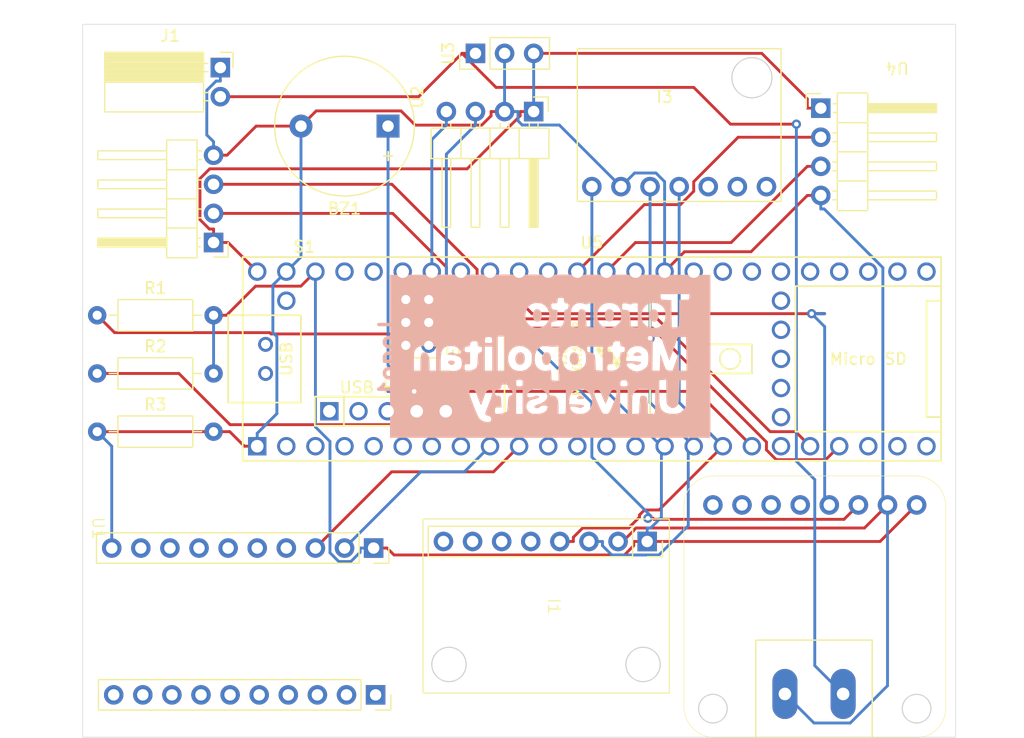
<source format=kicad_pcb>
(kicad_pcb (version 20241229) (generator "pcbnew") (generator_version "9.0")
  (title_block (title "Flight controller") (date "2025-07-13") (rev "3") (company "MIMS lab") (comment 1 "Thesis") (comment 2 "TMU"))
  (layers (0 "F.Cu" signal) (2 "B.Cu" signal) (13 "F.Paste" user) (15 "B.Paste" user) (5 "F.SilkS" user "F.Silkscreen") (7 "B.SilkS" user "B.Silkscreen") (1 "F.Mask" user) (3 "B.Mask" user) (25 "Edge.Cuts" user))
  (net 0 "")
  (net 1 "GND")
  (net 2 "Net-(BZ1--)")
  (net 3 "SDA")
  (net 4 "/V+")
  (net 5 "SCL")
  (net 8 "SCL2")
  (net 10 "RX2")
  (net 11 "VCC")
  (net 12 "TX2")
  (net 13 "RX7")
  (net 14 "TX7")
  (net 24 "TX5")
  (net 25 "A1")
  (net 26 "RX5")
  (net 27 "A0")
  (net 33 "SDA2")
  (net 34 "T_VCC")
  (footprint "rrc_bn220_gps:BN220" (layer "F.Cu") (at 241.9426 75.533 180)
    (property "Reference" "U4" (at 10.802555 18.382995 180) (layer "F.SilkS"))
    (property "Value" "ULTRASONIC SENSOR")
    (pad "1" thru_hole rect (at 17.490109 14.87099) (size 1.7 1.7) (drill 1) (layers "*.Cu" "*.Mask") (net 11 "VCC"))
    (pad "2" thru_hole oval (at 17.490109 12.33099) (size 1.7 1.7) (drill 1) (layers "*.Cu" "*.Mask") (net 25 "A1"))
    (pad "3" thru_hole oval (at 17.490109 9.79099) (size 1.7 1.7) (drill 1) (layers "*.Cu" "*.Mask") (net 27 "A0"))
    (pad "4" thru_hole oval (at 17.490109 7.25099) (size 1.7 1.7) (drill 1) (layers "*.Cu" "*.Mask") (net 1 "GND"))
  )
  (footprint "rrc_ms5611:1x07" (layer "F.Cu") (at 212.09 71.3425)
    (property "Reference" "I3" (at -1.27 -11.6525 0) (layer "F.SilkS"))
    (property "Value" "MS5611")
    (fp_circle (center 6.35 -13.335) (end 8.1 -13.335) (stroke (width 0.1)) (fill no) (layer "Edge.Cuts"))
    (pad "1" thru_hole circle (at -7.62 -3.83 270) (size 1.7 1.7) (drill 1.02) (layers "*.Cu" "*.Mask") (net 34 "T_VCC"))
    (pad "2" thru_hole circle (at -5.08 -3.83 270) (size 1.7 1.7) (drill 1.02) (layers "*.Cu" "*.Mask") (net 1 "GND"))
    (pad "3" thru_hole circle (at -2.54 -3.83 270) (size 1.7 1.7) (drill 1.02) (layers "*.Cu" "*.Mask") (net 8 "SCL2"))
    (pad "4" thru_hole circle (at 0 -3.83 270) (size 1.7 1.7) (drill 1.02) (layers "*.Cu" "*.Mask") (net 33 "SDA2"))
    (pad "5" thru_hole circle (at 2.54 -3.83 270) (size 1.7 1.7) (drill 1.02) (layers "*.Cu" "*.Mask"))
    (pad "6" thru_hole circle (at 5.08 -3.83 270) (size 1.7 1.7) (drill 1.02) (layers "*.Cu" "*.Mask"))
    (pad "7" thru_hole circle (at 7.62 -3.83 270) (size 1.7 1.7) (drill 1.02) (layers "*.Cu" "*.Mask"))
  )
  (footprint "Connector_PinSocket_2.54mm:PinSocket_1x02_P2.54mm_Horizontal" (layer "F.Cu") (at 172.04 57.12)
    (property "Reference" "J1" (at -4.38 -2.77 0) (layer "F.SilkS"))
    (property "Value" "battery_header")
    (pad "1" thru_hole rect (at 0 0) (size 1.7 1.7) (drill 1) (layers "*.Cu" "*.Mask") (net 1 "GND"))
    (pad "2" thru_hole circle (at 0 2.54) (size 1.7 1.7) (drill 1) (layers "*.Cu" "*.Mask") (net 4 "/V+"))
  )
  (footprint "rrc_logo:tmu" (layer "F.Cu") (at 201.93 81.28)
    (property "Reference" "Logo1" (at -15.24 1.27 90) (layer "B.SilkS") (effects (font (size 1.5 1.5) (thickness 0.3)) (justify mirror)))
    (property "Value" "~" (hide yes))
  )
  (footprint "RRC_footprint:xbee_s2c" (layer "F.Cu") (at 160.8748 97.3399 -90)
    (property "Reference" "U1" (at 0 -0.5 270) (layer "F.SilkS") (effects (font (thickness 0.1))))
    (property "Value" "XBEE S2C PRO")
    (pad "1" thru_hole rect (at 1.720111 -24.5452 270) (size 1.7 1.7) (drill 1) (layers "*.Cu" "*.Mask") (net 34 "T_VCC"))
    (pad "2" thru_hole circle (at 1.720111 -22.0052 270) (size 1.7 1.7) (drill 1) (layers "*.Cu" "*.Mask") (net 10 "RX2"))
    (pad "3" thru_hole circle (at 1.720111 -19.4652 270) (size 1.7 1.7) (drill 1) (layers "*.Cu" "*.Mask") (net 12 "TX2"))
    (pad "4" thru_hole circle (at 1.720111 -16.9252 270) (size 1.7 1.7) (drill 1) (layers "*.Cu" "*.Mask"))
    (pad "5" thru_hole circle (at 1.720111 -14.3852 270) (size 1.7 1.7) (drill 1) (layers "*.Cu" "*.Mask"))
    (pad "6" thru_hole circle (at 1.720111 -11.8452 270) (size 1.7 1.7) (drill 1) (layers "*.Cu" "*.Mask"))
    (pad "7" thru_hole circle (at 1.720111 -9.3052 270) (size 1.7 1.7) (drill 1) (layers "*.Cu" "*.Mask"))
    (pad "8" thru_hole circle (at 1.720111 -6.7652 270) (size 1.7 1.7) (drill 1) (layers "*.Cu" "*.Mask"))
    (pad "9" thru_hole circle (at 1.720111 -4.2252 270) (size 1.7 1.7) (drill 1) (layers "*.Cu" "*.Mask"))
    (pad "10" thru_hole circle (at 1.720111 -1.6852 270) (size 1.7 1.7) (drill 1) (layers "*.Cu" "*.Mask") (net 1 "GND"))
    (pad "11" thru_hole rect (at 14.5352 -24.717599 270) (size 1.7 1.7) (drill 1) (layers "*.Cu" "*.Mask"))
    (pad "12" thru_hole circle (at 14.5352 -22.177599 270) (size 1.7 1.7) (drill 1) (layers "*.Cu" "*.Mask"))
    (pad "13" thru_hole circle (at 14.5352 -19.637599 270) (size 1.7 1.7) (drill 1) (layers "*.Cu" "*.Mask"))
    (pad "14" thru_hole circle (at 14.5352 -17.097599 270) (size 1.7 1.7) (drill 1) (layers "*.Cu" "*.Mask"))
    (pad "15" thru_hole circle (at 14.5352 -14.557599 270) (size 1.7 1.7) (drill 1) (layers "*.Cu" "*.Mask"))
    (pad "16" thru_hole circle (at 14.5352 -12.017599 270) (size 1.7 1.7) (drill 1) (layers "*.Cu" "*.Mask"))
    (pad "17" thru_hole circle (at 14.5352 -9.477599 270) (size 1.7 1.7) (drill 1) (layers "*.Cu" "*.Mask"))
    (pad "18" thru_hole circle (at 14.5352 -6.937599 270) (size 1.7 1.7) (drill 1) (layers "*.Cu" "*.Mask"))
    (pad "19" thru_hole circle (at 14.5352 -4.397599 270) (size 1.7 1.7) (drill 1) (layers "*.Cu" "*.Mask"))
    (pad "20" thru_hole circle (at 14.5352 -1.857599 270) (size 1.7 1.7) (drill 1) (layers "*.Cu" "*.Mask"))
  )
  (footprint "rrc_teensy:Teensy41" (layer "F.Cu") (at 204.47 82.55)
    (property "Reference" "U5" (at 0 -10.16 0) (layer "F.SilkS"))
    (property "Value" "Teensy4.1")
    (fp_text user "USB Host" (at -18.4658 2.4892 0) (layer "F.SilkS"))
    (fp_text user "USB" (at -26.67 0 270) (layer "F.SilkS"))
    (fp_text user "DVJ6A" (at -2.54 -0.18 270) (layer "F.SilkS") (effects (font (size 0.7 0.7))))
    (fp_text user "Micro SD" (at 24.13 0 0) (layer "F.SilkS"))
    (fp_text user "Ethernet" (at -12.065 -3.2766 90) (layer "F.SilkS"))
    (fp_text user "MIMXRT1062" (at -1.27 0 270) (layer "F.SilkS") (effects (font (size 0.7 0.7))))
    (pad "+5V" thru_hole rect (at -22.9108 4.5692) (size 1.6 1.6) (drill 1.1) (layers "*.Cu" "*.Mask"))
    (pad "0" thru_hole circle (at -26.67 7.62) (size 1.6 1.6) (drill 1.1) (layers "*.Cu" "*.Mask"))
    (pad "1" thru_hole circle (at -24.13 7.62) (size 1.6 1.6) (drill 1.1) (layers "*.Cu" "*.Mask"))
    (pad "2" thru_hole circle (at -21.59 7.62) (size 1.6 1.6) (drill 1.1) (layers "*.Cu" "*.Mask"))
    (pad "3" thru_hole circle (at -19.05 7.62) (size 1.6 1.6) (drill 1.1) (layers "*.Cu" "*.Mask"))
    (pad "3.3V_1" thru_hole circle (at -24.13 -7.62) (size 1.6 1.6) (drill 1.1) (layers "*.Cu" "*.Mask") (net 34 "T_VCC"))
    (pad "3.3V_2" thru_hole circle (at 6.35 7.62) (size 1.6 1.6) (drill 1.1) (layers "*.Cu" "*.Mask") (net 34 "T_VCC"))
    (pad "3.3V_3" thru_hole circle (at 16.51 2.54) (size 1.6 1.6) (drill 1.1) (layers "*.Cu" "*.Mask"))
    (pad "4" thru_hole circle (at -16.51 7.62) (size 1.6 1.6) (drill 1.1) (layers "*.Cu" "*.Mask"))
    (pad "5" thru_hole circle (at -13.97 7.62) (size 1.6 1.6) (drill 1.1) (layers "*.Cu" "*.Mask"))
    (pad "6" thru_hole circle (at -11.43 7.62) (size 1.6 1.6) (drill 1.1) (layers "*.Cu" "*.Mask"))
    (pad "7" thru_hole circle (at -8.89 7.62) (size 1.6 1.6) (drill 1.1) (layers "*.Cu" "*.Mask") (net 10 "RX2"))
    (pad "8" thru_hole circle (at -6.35 7.62) (size 1.6 1.6) (drill 1.1) (layers "*.Cu" "*.Mask") (net 12 "TX2"))
    (pad "9" thru_hole circle (at -3.81 7.62) (size 1.6 1.6) (drill 1.1) (layers "*.Cu" "*.Mask"))
    (pad "10" thru_hole circle (at -1.27 7.62) (size 1.6 1.6) (drill 1.1) (layers "*.Cu" "*.Mask"))
    (pad "11" thru_hole circle (at 1.27 7.62) (size 1.6 1.6) (drill 1.1) (layers "*.Cu" "*.Mask"))
    (pad "12" thru_hole circle (at 3.81 7.62) (size 1.6 1.6) (drill 1.1) (layers "*.Cu" "*.Mask"))
    (pad "13" thru_hole circle (at 3.81 -7.62) (size 1.6 1.6) (drill 1.1) (layers "*.Cu" "*.Mask"))
    (pad "14" thru_hole circle (at 1.27 -7.62) (size 1.6 1.6) (drill 1.1) (layers "*.Cu" "*.Mask") (net 27 "A0"))
    (pad "15" thru_hole circle (at -1.27 -7.62) (size 1.6 1.6) (drill 1.1) (layers "*.Cu" "*.Mask") (net 25 "A1"))
    (pad "16" thru_hole circle (at -3.81 -7.62) (size 1.6 1.6) (drill 1.1) (layers "*.Cu" "*.Mask"))
    (pad "17" thru_hole circle (at -6.35 -7.62) (size 1.6 1.6) (drill 1.1) (layers "*.Cu" "*.Mask"))
    (pad "18" thru_hole circle (at -8.89 -7.62) (size 1.6 1.6) (drill 1.1) (layers "*.Cu" "*.Mask") (net 3 "SDA"))
    (pad "19" thru_hole circle (at -11.43 -7.62) (size 1.6 1.6) (drill 1.1) (layers "*.Cu" "*.Mask") (net 5 "SCL"))
    (pad "20" thru_hole circle (at -13.97 -7.62) (size 1.6 1.6) (drill 1.1) (layers "*.Cu" "*.Mask") (net 24 "TX5"))
    (pad "21" thru_hole circle (at -16.51 -7.62) (size 1.6 1.6) (drill 1.1) (layers "*.Cu" "*.Mask") (net 26 "RX5"))
    (pad "22" thru_hole circle (at -19.05 -7.62) (size 1.6 1.6) (drill 1.1) (layers "*.Cu" "*.Mask"))
    (pad "23" thru_hole circle (at -21.59 -7.62) (size 1.6 1.6) (drill 1.1) (layers "*.Cu" "*.Mask"))
    (pad "24" thru_hole circle (at 8.89 7.62) (size 1.6 1.6) (drill 1.1) (layers "*.Cu" "*.Mask") (net 8 "SCL2"))
    (pad "25" thru_hole circle (at 11.43 7.62) (size 1.6 1.6) (drill 1.1) (layers "*.Cu" "*.Mask") (net 33 "SDA2"))
    (pad "26" thru_hole circle (at 13.97 7.62) (size 1.6 1.6) (drill 1.1) (layers "*.Cu" "*.Mask") (net 2 "Net-(BZ1--)"))
    (pad "27" thru_hole circle (at 16.51 7.62) (size 1.6 1.6) (drill 1.1) (layers "*.Cu" "*.Mask"))
    (pad "28" thru_hole circle (at 19.05 7.62) (size 1.6 1.6) (drill 1.1) (layers "*.Cu" "*.Mask") (net 13 "RX7"))
    (pad "29" thru_hole circle (at 21.59 7.62) (size 1.6 1.6) (drill 1.1) (layers "*.Cu" "*.Mask") (net 14 "TX7"))
    (pad "30" thru_hole circle (at 24.13 7.62) (size 1.6 1.6) (drill 1.1) (layers "*.Cu" "*.Mask"))
    (pad "31" thru_hole circle (at 26.67 7.62) (size 1.6 1.6) (drill 1.1) (layers "*.Cu" "*.Mask"))
    (pad "32" thru_hole circle (at 29.21 7.62) (size 1.6 1.6) (drill 1.1) (layers "*.Cu" "*.Mask"))
    (pad "33" thru_hole circle (at 29.21 -7.62) (size 1.6 1.6) (drill 1.1) (layers "*.Cu" "*.Mask"))
    (pad "34" thru_hole circle (at 26.67 -7.62) (size 1.6 1.6) (drill 1.1) (layers "*.Cu" "*.Mask"))
    (pad "35" thru_hole circle (at 24.13 -7.62) (size 1.6 1.6) (drill 1.1) (layers "*.Cu" "*.Mask"))
    (pad "36" thru_hole circle (at 21.59 -7.62) (size 1.6 1.6) (drill 1.1) (layers "*.Cu" "*.Mask"))
    (pad "37" thru_hole circle (at 19.05 -7.62) (size 1.6 1.6) (drill 1.1) (layers "*.Cu" "*.Mask"))
    (pad "38" thru_hole circle (at 16.51 -7.62) (size 1.6 1.6) (drill 1.1) (layers "*.Cu" "*.Mask"))
    (pad "39" thru_hole circle (at 13.97 -7.62) (size 1.6 1.6) (drill 1.1) (layers "*.Cu" "*.Mask"))
    (pad "40" thru_hole circle (at 11.43 -7.62) (size 1.6 1.6) (drill 1.1) (layers "*.Cu" "*.Mask"))
    (pad "41" thru_hole circle (at 8.89 -7.62) (size 1.6 1.6) (drill 1.1) (layers "*.Cu" "*.Mask"))
    (pad "49" thru_hole circle (at -26.67 -5.08) (size 1.6 1.6) (drill 1.1) (layers "*.Cu" "*.Mask"))
    (pad "66" thru_hole circle (at -28.48 -1.27) (size 1.3 1.3) (drill 0.8) (layers "*.Cu" "*.Mask"))
    (pad "67" thru_hole circle (at -28.48 1.27) (size 1.3 1.3) (drill 0.8) (layers "*.Cu" "*.Mask"))
    (pad "D+" thru_hole circle (at -17.8308 4.5692) (size 1.6 1.6) (drill 1.1) (layers "*.Cu" "*.Mask"))
    (pad "D-" thru_hole circle (at -20.3708 4.5692) (size 1.6 1.6) (drill 1.1) (layers "*.Cu" "*.Mask"))
    (pad "GND0" thru_hole circle (at 6.35 -7.62) (size 1.6 1.6) (drill 1.1) (layers "*.Cu" "*.Mask") (net 1 "GND"))
    (pad "GND1" thru_hole circle (at -26.67 -7.62) (size 1.6 1.6) (drill 1.1) (layers "*.Cu" "*.Mask") (net 1 "GND"))
    (pad "GND2" thru_hole rect (at -29.21 7.62) (size 1.6 1.6) (drill 1.1) (layers "*.Cu" "*.Mask") (net 1 "GND"))
    (pad "GND3" thru_hole circle (at -15.2908 4.5692) (size 1.6 1.6) (drill 1.1) (layers "*.Cu" "*.Mask"))
    (pad "GND4" thru_hole circle (at -12.7508 4.5692) (size 1.6 1.6) (drill 1.1) (layers "*.Cu" "*.Mask"))
    (pad "GND5" thru_hole circle (at -14.24 -3.1816) (size 1.3 1.3) (drill 0.8) (layers "*.Cu" "*.Mask"))
    (pad "GND6" thru_hole circle (at 16.51 0) (size 1.6 1.6) (drill 1.1) (layers "*.Cu" "*.Mask"))
    (pad "LED" thru_hole circle (at -16.24 -3.1816) (size 1.3 1.3) (drill 0.8) (layers "*.Cu" "*.Mask"))
    (pad "On/Off" thru_hole circle (at 16.51 -5.08) (size 1.6 1.6) (drill 1.1) (layers "*.Cu" "*.Mask"))
    (pad "Program" thru_hole circle (at 16.51 -2.54) (size 1.6 1.6) (drill 1.1) (layers "*.Cu" "*.Mask"))
    (pad "RX+" thru_hole rect (at -16.24 -5.1816) (size 1.3 1.3) (drill 0.8) (layers "*.Cu" "*.Mask"))
    (pad "RX-" thru_hole circle (at -14.24 -5.1816) (size 1.3 1.3) (drill 0.8) (layers "*.Cu" "*.Mask"))
    (pad "TX+" thru_hole circle (at -14.24 -1.1816) (size 1.3 1.3) (drill 0.8) (layers "*.Cu" "*.Mask"))
    (pad "TX-" thru_hole circle (at -16.24 -1.1816) (size 1.3 1.3) (drill 0.8) (layers "*.Cu" "*.Mask"))
    (pad "VBAT" thru_hole circle (at 16.51 5.08) (size 1.6 1.6) (drill 1.1) (layers "*.Cu" "*.Mask"))
    (pad "VIN" thru_hole circle (at -29.21 -7.62) (size 1.6 1.6) (drill 1.1) (layers "*.Cu" "*.Mask") (net 11 "VCC"))
  )
  (footprint "rrc_bn220_gps:BN220" (layer "F.Cu") (at 153.9599 57.519)
    (property "Reference" "S1" (at 25.4 15.24 0) (layer "F.SilkS"))
    (property "Value" "BN220-GPS")
    (pad "1" thru_hole rect (at 17.490109 14.87099 180) (size 1.7 1.7) (drill 1) (layers "*.Cu" "*.Mask") (net 11 "VCC"))
    (pad "2" thru_hole oval (at 17.490109 12.33099 180) (size 1.7 1.7) (drill 1) (layers "*.Cu" "*.Mask") (net 14 "TX7"))
    (pad "3" thru_hole oval (at 17.490109 9.79099 180) (size 1.7 1.7) (drill 1) (layers "*.Cu" "*.Mask") (net 13 "RX7"))
    (pad "4" thru_hole oval (at 17.490109 7.25099 180) (size 1.7 1.7) (drill 1) (layers "*.Cu" "*.Mask") (net 1 "GND"))
  )
  (footprint "rrc_bn220_gps:BN220" (layer "F.Cu") (at 184.519 78.4501 90)
    (property "Reference" "U2" (at 18.760109 4.71099 90) (layer "F.SilkS"))
    (property "Value" "esp32")
    (pad "1" thru_hole rect (at 17.490109 14.87099 270) (size 1.7 1.7) (drill 1) (layers "*.Cu" "*.Mask") (net 11 "VCC"))
    (pad "2" thru_hole oval (at 17.490109 12.33099 270) (size 1.7 1.7) (drill 1) (layers "*.Cu" "*.Mask") (net 1 "GND"))
    (pad "3" thru_hole oval (at 17.490109 9.79099 270) (size 1.7 1.7) (drill 1) (layers "*.Cu" "*.Mask") (net 26 "RX5"))
    (pad "4" thru_hole oval (at 17.490109 7.25099 270) (size 1.7 1.7) (drill 1) (layers "*.Cu" "*.Mask") (net 24 "TX5"))
  )
  (footprint "Connector_PinHeader_2.54mm:PinHeader_1x03_P2.54mm_Vertical" (layer "F.Cu") (at 194.31 55.88 90)
    (property "Reference" "U3" (at 0 -2.38 90) (layer "F.SilkS"))
    (property "Value" "L7805")
    (pad "1" thru_hole rect (at 0 0 90) (size 1.7 1.7) (drill 1) (layers "*.Cu" "*.Mask") (net 4 "/V+"))
    (pad "2" thru_hole circle (at 0 2.54 90) (size 1.7 1.7) (drill 1) (layers "*.Cu" "*.Mask") (net 1 "GND"))
    (pad "3" thru_hole circle (at 0 5.08 90) (size 1.7 1.7) (drill 1) (layers "*.Cu" "*.Mask") (net 11 "VCC"))
  )
  (footprint "Buzzer_Beeper:Buzzer_12x9.5RM7.6" (layer "F.Cu") (at 186.68 62.23 180)
    (property "Reference" "BZ1" (at 3.8 -7.2 0) (layer "F.SilkS"))
    (property "Value" "Buzzer-Device")
    (fp_text user "+" (at -0.01 -2.54 0) (layer "F.SilkS"))
    (pad "1" thru_hole rect (at 0 0 180) (size 2 2) (drill 1) (layers "*.Cu" "*.Mask") (net 2 "Net-(BZ1--)"))
    (pad "2" thru_hole circle (at 7.6 0 180) (size 2 2) (drill 1) (layers "*.Cu" "*.Mask") (net 1 "GND"))
  )
  (footprint "Resistor_THT:R_Axial_DIN0207_L6.3mm_D2.5mm_P10.16mm_Horizontal" (layer "F.Cu") (at 161.29 78.74)
    (property "Reference" "R1" (at 5.08 -2.37 0) (layer "F.SilkS"))
    (property "Value" "R-Device")
    (pad "1" thru_hole circle (at 0 0) (size 1.6 1.6) (drill 0.8) (layers "*.Cu" "*.Mask") (net 8 "SCL2"))
    (pad "2" thru_hole oval (at 10.16 0) (size 1.6 1.6) (drill 0.8) (layers "*.Cu" "*.Mask") (net 34 "T_VCC"))
  )
  (footprint "rrc_INA260:INA260" (layer "F.Cu") (at 223.8472 103.9606 180)
    (property "Reference" "I2" (hide yes))
    (property "Value" "INA260")
    (fp_circle (center 8.811033 -9.11818) (end 10.061033 -9.11818) (stroke (width 0.1)) (fill no) (layer "Edge.Cuts"))
    (fp_circle (center -8.968967 -9.11818) (end -7.718967 -9.11818) (stroke (width 0.1)) (fill no) (layer "Edge.Cuts"))
    (pad "1" thru_hole oval (at -2.554341 -7.835128 270) (size 4.3688 2.1844) (drill 1.1) (layers "*.Cu" "*.Mask") (net 4 "/V+"))
    (pad "2" thru_hole oval (at 2.525659 -7.835128 270) (size 4.3688 2.1844) (drill 1.1) (layers "*.Cu" "*.Mask") (net 1 "GND"))
    (pad "3" thru_hole circle (at -8.968967 8.66182 270) (size 1.7 1.7) (drill 1) (layers "*.Cu" "*.Mask") (net 34 "T_VCC"))
    (pad "4" thru_hole circle (at -6.428967 8.66182 270) (size 1.7 1.7) (drill 1) (layers "*.Cu" "*.Mask") (net 1 "GND"))
    (pad "5" thru_hole circle (at -3.888967 8.66182 270) (size 1.7 1.7) (drill 1) (layers "*.Cu" "*.Mask") (net 5 "SCL"))
    (pad "6" thru_hole circle (at -1.348967 8.66182 270) (size 1.7 1.7) (drill 1) (layers "*.Cu" "*.Mask") (net 3 "SDA"))
    (pad "7" thru_hole circle (at 1.191033 8.66182 270) (size 1.7 1.7) (drill 1) (layers "*.Cu" "*.Mask"))
    (pad "8" thru_hole circle (at 3.731033 8.66182 270) (size 1.7 1.7) (drill 1) (layers "*.Cu" "*.Mask"))
    (pad "9" thru_hole circle (at 6.271033 8.66182 270) (size 1.7 1.7) (drill 1) (layers "*.Cu" "*.Mask"))
    (pad "10" thru_hole circle (at 8.811033 8.66182 270) (size 1.7 1.7) (drill 1) (layers "*.Cu" "*.Mask"))
  )
  (footprint "rrc_MPU6050:MPU6050" (layer "F.Cu") (at 200.66 104.14 -90)
    (property "Reference" "I1" (at 0 -0.5 270) (layer "F.SilkS") (effects (font (thickness 0.1))))
    (property "Value" "MPU6050")
    (fp_circle (center 5.08 8.66) (end 6.58 8.66) (stroke (width 0.1)) (fill no) (layer "Edge.Cuts"))
    (fp_circle (center 5.08 -8.28) (end 6.58 -8.28) (stroke (width 0.1)) (fill no) (layer "Edge.Cuts"))
    (pad "1" thru_hole rect (at -5.653271 -8.637533 270) (size 1.7 1.7) (drill 1) (layers "*.Cu" "*.Mask") (net 34 "T_VCC"))
    (pad "2" thru_hole oval (at -5.653271 -6.097533 270) (size 1.7 1.7) (drill 1) (layers "*.Cu" "*.Mask") (net 1 "GND"))
    (pad "3" thru_hole oval (at -5.653271 -3.557533 270) (size 1.7 1.7) (drill 1) (layers "*.Cu" "*.Mask") (net 8 "SCL2"))
    (pad "4" thru_hole oval (at -5.653271 -1.017533 270) (size 1.7 1.7) (drill 1) (layers "*.Cu" "*.Mask") (net 33 "SDA2"))
    (pad "5" thru_hole oval (at -5.653271 1.522467 270) (size 1.7 1.7) (drill 1) (layers "*.Cu" "*.Mask"))
    (pad "6" thru_hole oval (at -5.653271 4.062467 270) (size 1.7 1.7) (drill 1) (layers "*.Cu" "*.Mask"))
    (pad "7" thru_hole oval (at -5.653271 6.602467 270) (size 1.7 1.7) (drill 1) (layers "*.Cu" "*.Mask"))
    (pad "8" thru_hole oval (at -5.653271 9.142467 270) (size 1.7 1.7) (drill 1) (layers "*.Cu" "*.Mask"))
  )
  (footprint "Resistor_THT:R_Axial_DIN0207_L6.3mm_D2.5mm_P10.16mm_Horizontal" (layer "F.Cu") (at 161.29 88.9)
    (property "Reference" "R3" (at 5.08 -2.37 0) (layer "F.SilkS"))
    (property "Value" "R-Device")
    (pad "1" thru_hole circle (at 0 0) (size 1.6 1.6) (drill 0.8) (layers "*.Cu" "*.Mask") (net 1 "GND"))
    (pad "2" thru_hole oval (at 10.16 0) (size 1.6 1.6) (drill 0.8) (layers "*.Cu" "*.Mask") (net 1 "GND"))
  )
  (footprint "Resistor_THT:R_Axial_DIN0207_L6.3mm_D2.5mm_P10.16mm_Horizontal" (layer "F.Cu") (at 161.29 83.82)
    (property "Reference" "R2" (at 5.08 -2.37 0) (layer "F.SilkS"))
    (property "Value" "R-Device")
    (pad "1" thru_hole circle (at 0 0) (size 1.6 1.6) (drill 0.8) (layers "*.Cu" "*.Mask") (net 33 "SDA2"))
    (pad "2" thru_hole oval (at 10.16 0) (size 1.6 1.6) (drill 0.8) (layers "*.Cu" "*.Mask") (net 34 "T_VCC"))
  )
  (gr_rect (start 160.02 53.34) (end 236.22 115.57) (stroke (width 0.05)) (fill no) (layer "Edge.Cuts"))
  (segment (start 195.6733 60.96) (end 195.6733 61.3277) (width 0.25) (layer "F.Cu") (net 1))
  (segment (start 196.85 60.96) (end 195.6733 60.96) (width 0.25) (layer "F.Cu") (net 1))
  (segment (start 224.4525 68.282) (end 223.2758 68.282) (width 0.25) (layer "F.Cu") (net 1))
  (segment (start 207.1693 98.4867) (end 206.7575 98.4867) (width 0.25) (layer "F.Cu") (net 1))
  (segment (start 230.2762 95.2988) (end 228.265 97.31) (width 0.25) (layer "F.Cu") (net 1))
  (segment (start 212.5565 73.1935) (end 210.82 74.93) (width 0.25) (layer "F.Cu") (net 1))
  (segment (start 208.1208 97.5013) (end 208.1208 97.5352) (width 0.25) (layer "F.Cu") (net 1))
  (segment (start 194.856 62.145) (end 189.0571 62.145) (width 0.25) (layer "F.Cu") (net 1))
  (segment (start 208.1208 97.5352) (end 207.1693 98.4867) (width 0.25) (layer "F.Cu") (net 1))
  (segment (start 228.265 97.31) (end 208.3121 97.31) (width 0.25) (layer "F.Cu") (net 1))
  (segment (start 171.45 64.77) (end 172.6267 64.77) (width 0.25) (layer "F.Cu") (net 1))
  (segment (start 180.4067 60.9033) (end 179.08 62.23) (width 0.25) (layer "F.Cu") (net 1))
  (segment (start 218.3643 73.1935) (end 212.5565 73.1935) (width 0.25) (layer "F.Cu") (net 1))
  (segment (start 172.6267 64.77) (end 175.1667 62.23) (width 0.25) (layer "F.Cu") (net 1))
  (segment (start 189.0571 62.145) (end 187.8154 60.9033) (width 0.25) (layer "F.Cu") (net 1))
  (segment (start 208.3121 97.31) (end 208.1208 97.5013) (width 0.25) (layer "F.Cu") (net 1))
  (segment (start 187.8154 60.9033) (end 180.4067 60.9033) (width 0.25) (layer "F.Cu") (net 1))
  (segment (start 171.45 88.9) (end 172.8633 88.9) (width 0.25) (layer "F.Cu") (net 1))
  (segment (start 175.1667 62.23) (end 179.08 62.23) (width 0.25) (layer "F.Cu") (net 1))
  (segment (start 175.26 90.17) (end 174.1333 90.17) (width 0.25) (layer "F.Cu") (net 1))
  (segment (start 195.6733 61.3277) (end 194.856 62.145) (width 0.25) (layer "F.Cu") (net 1))
  (segment (start 161.29 88.9) (end 171.45 88.9) (width 0.25) (layer "F.Cu") (net 1))
  (segment (start 172.8633 88.9) (end 174.1333 90.17) (width 0.25) (layer "F.Cu") (net 1))
  (segment (start 223.2758 68.282) (end 218.3643 73.1935) (width 0.25) (layer "F.Cu") (net 1))
  (segment (start 196.85 60.96) (end 198.0267 60.96) (width 0.25) (layer "B.Cu") (net 1))
  (segment (start 229.87 74.582) (end 229.87 94.8926) (width 0.25) (layer "B.Cu") (net 1))
  (segment (start 208.1994 66.3231) (end 210.0643 66.3231) (width 0.25) (layer "B.Cu") (net 1))
  (segment (start 221.3215 111.7957) (end 223.856 114.3302) (width 0.25) (layer "B.Cu") (net 1))
  (segment (start 171.6723 58.2967) (end 170.8578 59.1112) (width 0.25) (layer "B.Cu") (net 1))
  (segment (start 207.01 67.5125) (end 201.6342 62.1367) (width 0.25) (layer "B.Cu") (net 1))
  (segment (start 176.9754 87.3279) (end 176.9754 80.6054) (width 0.25) (layer "B.Cu") (net 1))
  (segment (start 179.08 73.65) (end 179.08 62.23) (width 0.25) (layer "B.Cu") (net 1))
  (segment (start 175.26 89.0433) (end 176.9754 87.3279) (width 0.25) (layer "B.Cu") (net 1))
  (segment (start 176.9754 80.6054) (end 176.6253 80.2553) (width 0.25) (layer "B.Cu") (net 1))
  (segment (start 210.0643 66.3231) (end 210.82 67.0788) (width 0.25) (layer "B.Cu") (net 1))
  (segment (start 198.3944 62.1367) (end 198.0267 61.769) (width 0.25) (layer "B.Cu") (net 1))
  (segment (start 162.56 90.17) (end 161.29 88.9) (width 0.25) (layer "B.Cu") (net 1))
  (segment (start 170.8578 63.0011) (end 171.45 63.5933) (width 0.25) (layer "B.Cu") (net 1))
  (segment (start 177.8 74.93) (end 179.08 73.65) (width 0.25) (layer "B.Cu") (net 1))
  (segment (start 210.82 67.0788) (end 210.82 74.93) (width 0.25) (layer "B.Cu") (net 1))
  (segment (start 198.0267 61.769) (end 198.0267 60.96) (width 0.25) (layer "B.Cu") (net 1))
  (segment (start 201.6342 62.1367) (end 198.3944 62.1367) (width 0.25) (layer "B.Cu") (net 1))
  (segment (start 170.8578 59.1112) (end 170.8578 63.0011) (width 0.25) (layer "B.Cu") (net 1))
  (segment (start 175.26 90.17) (end 175.26 89.0433) (width 0.25) (layer "B.Cu") (net 1))
  (segment (start 172.04 58.2967) (end 171.6723 58.2967) (width 0.25) (layer "B.Cu") (net 1))
  (segment (start 229.87 94.8926) (end 230.2762 95.2988) (width 0.25) (layer "B.Cu") (net 1))
  (segment (start 227.0252 114.3302) (end 230.2762 111.0792) (width 0.25) (layer "B.Cu") (net 1))
  (segment (start 223.856 114.3302) (end 227.0252 114.3302) (width 0.25) (layer "B.Cu") (net 1))
  (segment (start 224.4525 69.4587) (end 224.7467 69.4587) (width 0.25) (layer "B.Cu") (net 1))
  (segment (start 172.04 57.12) (end 172.04 58.2967) (width 0.25) (layer "B.Cu") (net 1))
  (segment (start 207.01 67.5125) (end 208.1994 66.3231) (width 0.25) (layer "B.Cu") (net 1))
  (segment (start 162.56 99.06) (end 162.56 90.17) (width 0.25) (layer "B.Cu") (net 1))
  (segment (start 176.6253 80.2553) (end 176.6253 76.1047) (width 0.25) (layer "B.Cu") (net 1))
  (segment (start 224.7467 69.4587) (end 229.87 74.582) (width 0.25) (layer "B.Cu") (net 1))
  (segment (start 176.6253 76.1047) (end 177.8 74.93) (width 0.25) (layer "B.Cu") (net 1))
  (segment (start 224.4525 68.282) (end 224.4525 69.4587) (width 0.25) (layer "B.Cu") (net 1))
  (segment (start 230.2762 111.0792) (end 230.2762 95.2988) (width 0.25) (layer "B.Cu") (net 1))
  (segment (start 196.85 60.96) (end 196.85 55.88) (width 0.25) (layer "B.Cu") (net 1))
  (segment (start 171.45 64.77) (end 171.45 63.5933) (width 0.25) (layer "B.Cu") (net 1))
  (segment (start 188.9596 85.387) (end 186.68 85.387) (width 0.25) (layer "F.Cu") (net 2))
  (segment (start 186.68 85.387) (end 188.9596 85.387) (width 0.25) (layer "F.Cu") (net 2))
  (segment (start 188.9596 85.387) (end 213.657 85.387) (width 0.25) (layer "F.Cu") (net 2))
  (segment (start 213.657 85.387) (end 218.44 90.17) (width 0.25) (layer "F.Cu") (net 2))
  (via (at 188.9596 85.387) (size 0.8) (drill 0.4) (layers "F.Cu" "B.Cu") (net 2))
  (segment (start 186.68 83.1074) (end 186.68 62.23) (width 0.25) (layer "B.Cu") (net 2))
  (segment (start 188.9596 85.387) (end 186.68 85.387) (width 0.25) (layer "B.Cu") (net 2))
  (segment (start 188.9596 85.387) (end 186.68 83.1074) (width 0.25) (layer "B.Cu") (net 2))
  (segment (start 186.68 85.387) (end 188.9596 85.387) (width 0.25) (layer "B.Cu") (net 2))
  (segment (start 223.6532 78.6019) (end 224.79 78.6019) (width 0.25) (layer "F.Cu") (net 3))
  (segment (start 199.2504 78.6004) (end 195.58 74.93) (width 0.25) (layer "F.Cu") (net 3))
  (segment (start 223.6517 78.6004) (end 199.2504 78.6004) (width 0.25) (layer "F.Cu") (net 3))
  (segment (start 224.79 78.6019) (end 223.6532 78.6019) (width 0.25) (layer "F.Cu") (net 3))
  (segment (start 223.6532 78.6019) (end 223.6517 78.6004) (width 0.25) (layer "F.Cu") (net 3))
  (via (at 223.6532 78.6019) (size 0.8) (drill 0.4) (layers "F.Cu" "B.Cu") (net 3))
  (segment (start 224.79 94.8926) (end 225.1962 95.2988) (width 0.25) (layer "B.Cu") (net 3))
  (segment (start 224.79 78.6019) (end 223.6532 78.6019) (width 0.25) (layer "B.Cu") (net 3))
  (segment (start 223.6532 78.6019) (end 224.79 78.6019) (width 0.25) (layer "B.Cu") (net 3))
  (segment (start 224.79 79.7387) (end 224.79 94.8926) (width 0.25) (layer "B.Cu") (net 3))
  (segment (start 223.6532 78.6019) (end 224.79 79.7387) (width 0.25) (layer "B.Cu") (net 3))
  (segment (start 196.1036 58.8503) (end 213.3636 58.8503) (width 0.25) (layer "F.Cu") (net 4))
  (segment (start 216.5735 62.0602) (end 222.3213 62.0602) (width 0.25) (layer "F.Cu") (net 4))
  (segment (start 189.3533 59.66) (end 193.1333 55.88) (width 0.25) (layer "F.Cu") (net 4))
  (segment (start 172.04 59.66) (end 189.3533 59.66) (width 0.25) (layer "F.Cu") (net 4))
  (segment (start 193.1333 55.88) (end 196.1036 58.8503) (width 0.25) (layer "F.Cu") (net 4))
  (segment (start 194.31 55.88) (end 193.1333 55.88) (width 0.25) (layer "F.Cu") (net 4))
  (segment (start 213.3636 58.8503) (end 216.5735 62.0602) (width 0.25) (layer "F.Cu") (net 4))
  (via (at 222.3213 62.0602) (size 0.8) (drill 0.4) (layers "F.Cu" "B.Cu") (net 4))
  (segment (start 223.9262 109.3204) (end 226.4015 111.7957) (width 0.25) (layer "B.Cu") (net 4))
  (segment (start 223.9262 93.0824) (end 223.9262 109.3204) (width 0.25) (layer "B.Cu") (net 4))
  (segment (start 222.3213 91.4775) (end 223.9262 93.0824) (width 0.25) (layer "B.Cu") (net 4))
  (segment (start 222.3213 62.0602) (end 222.3213 91.4775) (width 0.25) (layer "B.Cu") (net 4))
  (segment (start 209.9039 96.5532) (end 226.4818 96.5532) (width 0.25) (layer "F.Cu") (net 5))
  (segment (start 209.813 96.4623) (end 209.3612 96.4623) (width 0.25) (layer "F.Cu") (net 5))
  (segment (start 209.813 96.4623) (end 209.9039 96.5532) (width 0.25) (layer "F.Cu") (net 5))
  (segment (start 226.4818 96.5532) (end 227.7362 95.2988) (width 0.25) (layer "F.Cu") (net 5))
  (via (at 209.3612 96.4623) (size 0.8) (drill 0.4) (layers "F.Cu" "B.Cu") (net 5))
  (segment (start 209.6363 96.4623) (end 209.3612 96.4623) (width 0.25) (layer "B.Cu") (net 5))
  (segment (start 209.6363 96.2856) (end 209.6363 96.4623) (width 0.25) (layer "B.Cu") (net 5))
  (segment (start 193.04 74.93) (end 204.4702 86.3602) (width 0.25) (layer "B.Cu") (net 5))
  (segment (start 204.4702 91.1195) (end 209.6363 96.2856) (width 0.25) (layer "B.Cu") (net 5))
  (segment (start 204.4702 86.3602) (end 204.4702 91.1195) (width 0.25) (layer "B.Cu") (net 5))
  (segment (start 176.3492 80.2578) (end 176.4612 80.3698) (width 0.25) (layer "F.Cu") (net 8))
  (segment (start 162.8078 80.2578) (end 176.3492 80.2578) (width 0.25) (layer "F.Cu") (net 8))
  (segment (start 176.4612 80.3698) (end 209.1775 80.3698) (width 0.25) (layer "F.Cu") (net 8))
  (segment (start 209.1775 80.3698) (end 209.55 80.7423) (width 0.25) (layer "F.Cu") (net 8))
  (segment (start 161.29 78.74) (end 162.8078 80.2578) (width 0.25) (layer "F.Cu") (net 8))
  (via (at 209.55 80.7423) (size 0.8) (drill 0.4) (layers "F.Cu" "B.Cu") (net 8))
  (segment (start 212.8857 89.6956) (end 212.8857 97.1035) (width 0.25) (layer "B.Cu") (net 8))
  (segment (start 209.55 80.7423) (end 209.55 86.36) (width 0.25) (layer "B.Cu") (net 8))
  (segment (start 209.55 86.36) (end 212.2232 89.0332) (width 0.25) (layer "B.Cu") (net 8))
  (segment (start 209.55 80.2905) (end 209.55 80.7423) (width 0.25) (layer "B.Cu") (net 8))
  (segment (start 210.3258 99.6634) (end 206.2031 99.6634) (width 0.25) (layer "B.Cu") (net 8))
  (segment (start 205.3942 98.8545) (end 205.3942 98.4867) (width 0.25) (layer "B.Cu") (net 8))
  (segment (start 212.2232 89.0332) (end 213.36 90.17) (width 0.25) (layer "B.Cu") (net 8))
  (segment (start 204.2175 98.4867) (end 205.3942 98.4867) (width 0.25) (layer "B.Cu") (net 8))
  (segment (start 209.55 80.2905) (end 209.55 67.5125) (width 0.25) (layer "B.Cu") (net 8))
  (segment (start 212.8857 97.1035) (end 210.3258 99.6634) (width 0.25) (layer "B.Cu") (net 8))
  (segment (start 206.2031 99.6634) (end 205.3942 98.8545) (width 0.25) (layer "B.Cu") (net 8))
  (segment (start 212.8856 89.6956) (end 212.8857 89.6956) (width 0.25) (layer "B.Cu") (net 8))
  (segment (start 212.2232 89.0332) (end 212.8856 89.6956) (width 0.25) (layer "B.Cu") (net 8))
  (segment (start 189.5361 92.4039) (end 193.3461 92.4039) (width 0.25) (layer "B.Cu") (net 10))
  (segment (start 182.88 99.06) (end 189.5361 92.4039) (width 0.25) (layer "B.Cu") (net 10))
  (segment (start 193.3461 92.4039) (end 195.58 90.17) (width 0.25) (layer "B.Cu") (net 10))
  (segment (start 171.45 72.39) (end 171.45 71.2133) (width 0.25) (layer "F.Cu") (net 11))
  (segment (start 224.4525 60.662) (end 223.2758 60.662) (width 0.25) (layer "F.Cu") (net 11))
  (segment (start 199.39 55.88) (end 219.3028 55.88) (width 0.25) (layer "F.Cu") (net 11))
  (segment (start 175.26 74.93) (end 172.72 72.39) (width 0.25) (layer "F.Cu") (net 11))
  (segment (start 193.5852 65.9558) (end 198.2133 61.3277) (width 0.25) (layer "F.Cu") (net 11))
  (segment (start 172.72 72.39) (end 171.45 72.39) (width 0.25) (layer "F.Cu") (net 11))
  (segment (start 223.2758 59.853) (end 223.2758 60.662) (width 0.25) (layer "F.Cu") (net 11))
  (segment (start 219.3028 55.88) (end 223.2758 59.853) (width 0.25) (layer "F.Cu") (net 11))
  (segment (start 171.45 71.2133) (end 171.0823 71.2133) (width 0.25) (layer "F.Cu") (net 11))
  (segment (start 198.2133 61.3277) (end 198.2133 60.96) (width 0.25) (layer "F.Cu") (net 11))
  (segment (start 171.0823 71.2133) (end 170.2619 70.3929) (width 0.25) (layer "F.Cu") (net 11))
  (segment (start 170.2619 66.8107) (end 171.1168 65.9558) (width 0.25) (layer "F.Cu") (net 11))
  (segment (start 199.39 60.96) (end 198.2133 60.96) (width 0.25) (layer "F.Cu") (net 11))
  (segment (start 170.2619 70.3929) (end 170.2619 66.8107) (width 0.25) (layer "F.Cu") (net 11))
  (segment (start 171.1168 65.9558) (end 193.5852 65.9558) (width 0.25) (layer "F.Cu") (net 11))
  (segment (start 199.39 55.88) (end 199.39 60.96) (width 0.25) (layer "B.Cu") (net 11))
  (segment (start 186.9961 92.4039) (end 195.8861 92.4039) (width 0.25) (layer "F.Cu") (net 12))
  (segment (start 195.8861 92.4039) (end 198.12 90.17) (width 0.25) (layer "F.Cu") (net 12))
  (segment (start 180.34 99.06) (end 186.9961 92.4039) (width 0.25) (layer "F.Cu") (net 12))
  (segment (start 198.0556 79.0521) (end 210.1797 79.0521) (width 0.25) (layer "F.Cu") (net 13))
  (segment (start 210.1797 79.0521) (end 220.0276 88.9) (width 0.25) (layer "F.Cu") (net 13))
  (segment (start 222.25 88.9) (end 223.52 90.17) (width 0.25) (layer "F.Cu") (net 13))
  (segment (start 194.4533 74.7452) (end 194.4533 75.4498) (width 0.25) (layer "F.Cu") (net 13))
  (segment (start 220.0276 88.9) (end 222.25 88.9) (width 0.25) (layer "F.Cu") (net 13))
  (segment (start 187.0181 67.31) (end 194.4533 74.7452) (width 0.25) (layer "F.Cu") (net 13))
  (segment (start 171.45 67.31) (end 187.0181 67.31) (width 0.25) (layer "F.Cu") (net 13))
  (segment (start 194.4533 75.4498) (end 198.0556 79.0521) (width 0.25) (layer "F.Cu") (net 13))
  (segment (start 187.0902 69.85) (end 171.45 69.85) (width 0.25) (layer "F.Cu") (net 14))
  (segment (start 219.71 90.495) (end 219.71 89.8106) (width 0.25) (layer "F.Cu") (net 14))
  (segment (start 220.5619 91.3469) (end 219.71 90.495) (width 0.25) (layer "F.Cu") (net 14))
  (segment (start 209.7668 79.8674) (end 196.3827 79.8674) (width 0.25) (layer "F.Cu") (net 14))
  (segment (start 196.3827 79.8674) (end 191.77 75.2547) (width 0.25) (layer "F.Cu") (net 14))
  (segment (start 226.06 90.17) (end 224.8831 91.3469) (width 0.25) (layer "F.Cu") (net 14))
  (segment (start 224.8831 91.3469) (end 220.5619 91.3469) (width 0.25) (layer "F.Cu") (net 14))
  (segment (start 191.77 75.2547) (end 191.77 74.5298) (width 0.25) (layer "F.Cu") (net 14))
  (segment (start 219.71 89.8106) (end 209.7668 79.8674) (width 0.25) (layer "F.Cu") (net 14))
  (segment (start 191.77 74.5298) (end 187.0902 69.85) (width 0.25) (layer "F.Cu") (net 14))
  (segment (start 191.77 62.1367) (end 190.5 63.4067) (width 0.25) (layer "B.Cu") (net 24))
  (segment (start 191.77 60.96) (end 191.77 62.1367) (width 0.25) (layer "B.Cu") (net 24))
  (segment (start 190.5 63.4067) (end 190.5 74.93) (width 0.25) (layer "B.Cu") (net 24))
  (segment (start 209.0488 69.0812) (end 212.1985 69.0812) (width 0.25) (layer "F.Cu") (net 25))
  (segment (start 212.1985 69.0812) (end 213.36 67.9197) (width 0.25) (layer "F.Cu") (net 25))
  (segment (start 217.2394 63.202) (end 224.4525 63.202) (width 0.25) (layer "F.Cu") (net 25))
  (segment (start 213.36 67.9197) (end 213.36 67.0814) (width 0.25) (layer "F.Cu") (net 25))
  (segment (start 213.36 67.0814) (end 217.2394 63.202) (width 0.25) (layer "F.Cu") (net 25))
  (segment (start 203.2 74.93) (end 209.0488 69.0812) (width 0.25) (layer "F.Cu") (net 25))
  (segment (start 189.1304 76.1004) (end 190.9801 76.1004) (width 0.25) (layer "B.Cu") (net 26))
  (segment (start 191.77 64.6767) (end 194.31 62.1367) (width 0.25) (layer "B.Cu") (net 26))
  (segment (start 187.96 74.93) (end 189.1304 76.1004) (width 0.25) (layer "B.Cu") (net 26))
  (segment (start 194.31 60.96) (end 194.31 62.1367) (width 0.25) (layer "B.Cu") (net 26))
  (segment (start 190.9801 76.1004) (end 191.77 75.3105) (width 0.25) (layer "B.Cu") (net 26))
  (segment (start 191.77 75.3105) (end 191.77 64.6767) (width 0.25) (layer "B.Cu") (net 26))
  (segment (start 223.2758 65.742) (end 216.6223 72.3955) (width 0.25) (layer "F.Cu") (net 27))
  (segment (start 208.2744 72.3956) (end 205.74 74.93) (width 0.25) (layer "F.Cu") (net 27))
  (segment (start 224.4525 65.742) (end 223.2758 65.742) (width 0.25) (layer "F.Cu") (net 27))
  (segment (start 216.6223 72.3955) (end 208.2744 72.3955) (width 0.25) (layer "F.Cu") (net 27))
  (segment (start 208.2744 72.3955) (end 208.2744 72.3956) (width 0.25) (layer "F.Cu") (net 27))
  (segment (start 208.6345 96.1614) (end 208.6345 96.3488) (width 0.25) (layer "F.Cu") (net 33))
  (segment (start 201.6775 98.4867) (end 202.8542 98.4867) (width 0.25) (layer "F.Cu") (net 33))
  (segment (start 202.8542 98.1189) (end 202.8542 98.4867) (width 0.25) (layer "F.Cu") (net 33))
  (segment (start 210.3344 95.7356) (end 209.0603 95.7356) (width 0.25) (layer "F.Cu") (net 33))
  (segment (start 209.0603 95.7356) (end 208.6345 96.1614) (width 0.25) (layer "F.Cu") (net 33))
  (segment (start 172.8896 88.2896) (end 214.0196 88.2896) (width 0.25) (layer "F.Cu") (net 33))
  (segment (start 215.9 90.17) (end 210.3344 95.7356) (width 0.25) (layer "F.Cu") (net 33))
  (segment (start 207.8604 97.1229) (end 207.6748 97.3085) (width 0.25) (layer "F.Cu") (net 33))
  (segment (start 207.6748 97.3085) (end 203.6646 97.3085) (width 0.25) (layer "F.Cu") (net 33))
  (segment (start 161.29 83.82) (end 168.42 83.82) (width 0.25) (layer "F.Cu") (net 33))
  (segment (start 168.42 83.82) (end 172.8896 88.2896) (width 0.25) (layer "F.Cu") (net 33))
  (segment (start 203.6646 97.3085) (end 202.8542 98.1189) (width 0.25) (layer "F.Cu") (net 33))
  (segment (start 208.6345 96.3488) (end 207.8604 97.1229) (width 0.25) (layer "F.Cu") (net 33))
  (segment (start 214.0196 88.2896) (end 215.9 90.17) (width 0.25) (layer "F.Cu") (net 33))
  (segment (start 207.8604 97.1229) (end 207.6748 97.3085) (width 0.25) (layer "F.Cu") (net 33))
  (segment (start 212.09 86.36) (end 215.9 90.17) (width 0.25) (layer "B.Cu") (net 33))
  (segment (start 212.09 67.5125) (end 212.09 86.36) (width 0.25) (layer "B.Cu") (net 33))
  (segment (start 175.1167 76.2) (end 172.5767 78.74) (width 0.25) (layer "F.Cu") (net 34))
  (segment (start 179.07 76.2) (end 175.1167 76.2) (width 0.25) (layer "F.Cu") (net 34))
  (segment (start 209.2975 98.4867) (end 229.6283 98.4867) (width 0.25) (layer "F.Cu") (net 34))
  (segment (start 208.7092 98.4867) (end 209.2975 98.4867) (width 0.25) (layer "F.Cu") (net 34))
  (segment (start 180.34 74.93) (end 179.07 76.2) (width 0.25) (layer "F.Cu") (net 34))
  (segment (start 207.3119 99.6634) (end 208.1208 98.8545) (width 0.25) (layer "F.Cu") (net 34))
  (segment (start 186.5967 99.06) (end 187.2001 99.6634) (width 0.25) (layer "F.Cu") (net 34))
  (segment (start 208.7092 98.4867) (end 208.1208 98.4867) (width 0.25) (layer "F.Cu") (net 34))
  (segment (start 187.2001 99.6634) (end 207.3119 99.6634) (width 0.25) (layer "F.Cu") (net 34))
  (segment (start 208.1208 98.8545) (end 208.1208 98.4867) (width 0.25) (layer "F.Cu") (net 34))
  (segment (start 185.42 99.06) (end 186.5967 99.06) (width 0.25) (layer "F.Cu") (net 34))
  (segment (start 171.45 78.74) (end 172.5767 78.74) (width 0.25) (layer "F.Cu") (net 34))
  (segment (start 229.6283 98.4867) (end 232.8162 95.2988) (width 0.25) (layer "F.Cu") (net 34))
  (segment (start 204.47 67.5125) (end 204.47 84.1003) (width 0.25) (layer "B.Cu") (net 34))
  (segment (start 182.3779 100.2367) (end 183.4344 100.2367) (width 0.25) (layer "B.Cu") (net 34))
  (segment (start 180.34 74.93) (end 180.34 88.4873) (width 0.25) (layer "B.Cu") (net 34))
  (segment (start 181.61 99.4688) (end 182.3779 100.2367) (width 0.25) (layer "B.Cu") (net 34))
  (segment (start 181.61 89.7573) (end 181.61 99.4688) (width 0.25) (layer "B.Cu") (net 34))
  (segment (start 185.42 99.06) (end 184.2433 99.06) (width 0.25) (layer "B.Cu") (net 34))
  (segment (start 209.2975 98.4867) (end 209.2975 97.31) (width 0.25) (layer "B.Cu") (net 34))
  (segment (start 204.47 84.1003) (end 210.5397 90.17) (width 0.25) (layer "B.Cu") (net 34))
  (segment (start 184.2433 99.4278) (end 184.2433 99.06) (width 0.25) (layer "B.Cu") (net 34))
  (segment (start 210.5397 96.3765) (end 209.6062 97.31) (width 0.25) (layer "B.Cu") (net 34))
  (segment (start 210.5397 90.17) (end 210.82 90.17) (width 0.25) (layer "B.Cu") (net 34))
  (segment (start 209.6062 97.31) (end 209.2975 97.31) (width 0.25) (layer "B.Cu") (net 34))
  (segment (start 183.4344 100.2367) (end 184.2433 99.4278) (width 0.25) (layer "B.Cu") (net 34))
  (segment (start 210.5397 90.17) (end 210.5397 96.3765) (width 0.25) (layer "B.Cu") (net 34))
  (segment (start 171.45 83.82) (end 171.45 78.74) (width 0.25) (layer "B.Cu") (net 34))
  (segment (start 180.34 88.4873) (end 181.61 89.7573) (width 0.25) (layer "B.Cu") (net 34))
)
</source>
